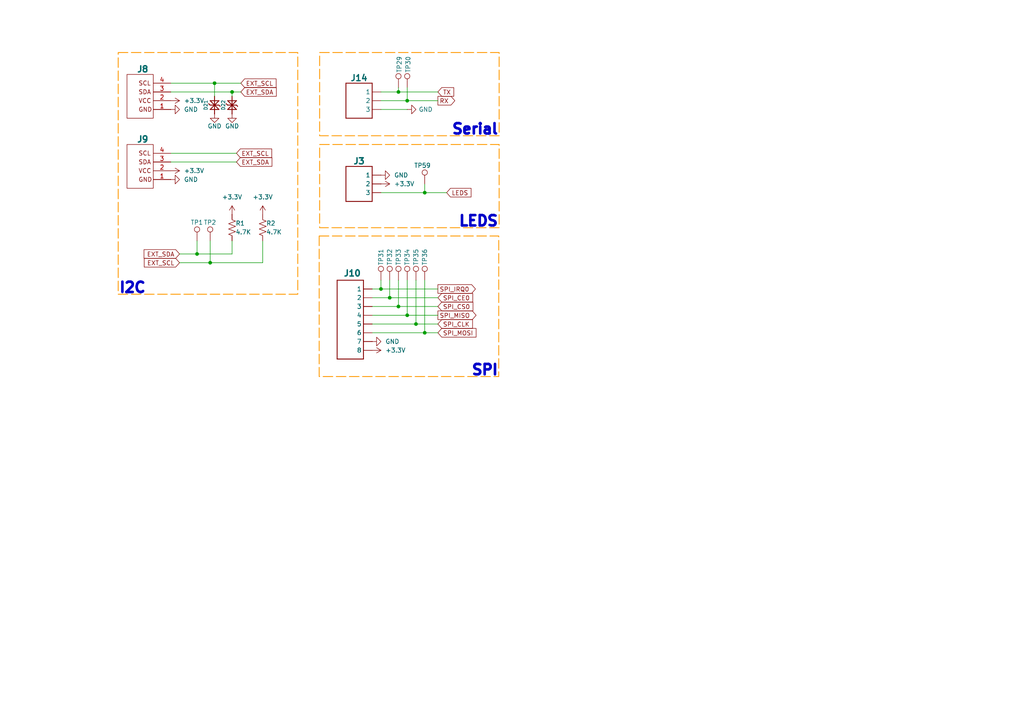
<source format=kicad_sch>
(kicad_sch (version 20250114) (generator "eeschema") (generator_version "9.0")
  (paper "A4")
  (title_block (title "Aquarius Hub") (date "<<release-date>>") (rev "<<tag>>") (comment 1 "<<hash>>"))
  (lib_symbols
    (symbol "CRGM Connector:JST-SH-3"
      (property "Reference" "J" (at 0 2.794 0))
      (symbol "JST-SH-3_1_0"
        (polyline (pts (xy 0 2.54) (xy 7.62 2.54)) (stroke (width 0.254)))
        (polyline (pts (xy 0 -7.62) (xy 0 2.54)) (stroke (width 0.254)))
        (polyline (pts (xy 7.62 2.54) (xy 7.62 -7.62)) (stroke (width 0.254)))
        (polyline (pts (xy 7.62 -7.62) (xy 0 -7.62)) (stroke (width 0.254)))
        (pin passive line (at -2.54 0 0) (length 2.54) (name "1") (number "1"))
        (pin passive line (at -2.54 -2.54 0) (length 2.54) (name "2") (number "2"))
        (pin passive line (at -2.54 -5.08 0) (length 2.54) (name "3") (number "3"))
      )
    )
    (symbol "CRGM Connector:JST-SH-8"
      (property "Reference" "J" (at 0 0.254 0))
      (symbol "JST-SH-8_1_0"
        (polyline (pts (xy 0 0) (xy 7.62 0)) (stroke (width 0.254)))
        (polyline (pts (xy 0 -22.86) (xy 0 0)) (stroke (width 0.254)))
        (polyline (pts (xy 7.62 0) (xy 7.62 -22.86)) (stroke (width 0.254)))
        (polyline (pts (xy 7.62 -22.86) (xy 0 -22.86)) (stroke (width 0.254)))
        (pin passive line (at -2.54 -2.54 0) (length 2.54) (name "1") (number "1"))
        (pin passive line (at -2.54 -5.08 0) (length 2.54) (name "2") (number "2"))
        (pin passive line (at -2.54 -7.62 0) (length 2.54) (name "3") (number "3"))
        (pin passive line (at -2.54 -10.16 0) (length 2.54) (name "4") (number "4"))
        (pin passive line (at -2.54 -12.7 0) (length 2.54) (name "5") (number "5"))
        (pin passive line (at -2.54 -15.24 0) (length 2.54) (name "6") (number "6"))
        (pin passive line (at -2.54 -17.78 0) (length 2.54) (name "7") (number "7"))
        (pin passive line (at -2.54 -20.32 0) (length 2.54) (name "8") (number "8"))
      )
    )
    (symbol "CRGM Connector:QWIIC"
      (property "Reference" "J" (at 0 0.254 0))
      (symbol "QWIIC_0_1"
        (rectangle (start 0 0) (end 7.62 -12.7))
      )
      (symbol "QWIIC_1_0"
        (text "SCL" (at 3.302 -2.54 0) (effects (font (size 1.25 1.25)) (justify left)))
        (text "SDA" (at 3.302 -5.08 0) (effects (font (size 1.25 1.25)) (justify left)))
        (text "VCC" (at 3.302 -7.62 0) (effects (font (size 1.25 1.25)) (justify left)))
        (text "GND" (at 3.302 -10.16 0) (effects (font (size 1.25 1.25)) (justify left)))
        (pin passive line (at 12.7 -2.54 180) (length 5.08) (name "4") (number "4"))
        (pin passive line (at 12.7 -5.08 180) (length 5.08) (name "3") (number "3"))
        (pin power_in line (at 12.7 -7.62 180) (length 5.08) (name "2") (number "2"))
        (pin power_in line (at 12.7 -10.16 180) (length 5.08) (name "1") (number "1"))
      )
    )
    (symbol "CRGM Passive:PESD3V3S1BL"
      (property "Reference" "D" (at -1.524 1.524 0))
      (symbol "PESD3V3S1BL_1_0"
        (polyline (pts (xy -2.54 0) (xy 2.54 0)) (stroke (width 0.254)))
        (polyline (pts (xy -1.27 1.27) (xy -0.0101 0.0101)) (stroke (width 0.254)))
        (polyline (pts (xy -1.27 -1.27) (xy -1.27 1.27)) (stroke (width 0.254)))
        (polyline (pts (xy -0.3445 -1.6043) (xy -0.3573 -1.6043)) (stroke (width 0.254)))
        (polyline (pts (xy -0.0101 1.2955) (xy -0.0101 -1.27)) (stroke (width 0.254)))
        (polyline (pts (xy -0.0101 1.2955) (xy 0.3778 1.6835)) (stroke (width 0.254)))
        (polyline (pts (xy -0.0101 0.0101) (xy -0.0101 -0.0101)) (stroke (width 0.254)))
        (polyline (pts (xy -0.0101 -0.0101) (xy -1.27 -1.27)) (stroke (width 0.254)))
        (polyline (pts (xy -0.0101 -1.27) (xy -0.3445 -1.6043)) (stroke (width 0.254)))
        (polyline (pts (xy 0.0101 0.0101) (xy 0.0101 -0.0101)) (stroke (width 0.254)))
        (polyline (pts (xy 0.0101 -0.0101) (xy 1.27 -1.27)) (stroke (width 0.254)))
        (polyline (pts (xy 0.3778 1.6835) (xy 0.3981 1.6835)) (stroke (width 0.254)))
        (polyline (pts (xy 1.27 1.27) (xy 0.0101 0.0101)) (stroke (width 0.254)))
        (polyline (pts (xy 1.27 -1.27) (xy 1.27 1.27)) (stroke (width 0.254)))
        (pin passive line (at -2.54 0 0) (length 0) (name "K1") (number "1"))
        (pin passive line (at 2.54 0 180) (length 0) (name "K2") (number "2"))
      )
    )
    (symbol "Connector:TestPoint" (pin_numbers (hide yes)) (pin_names (offset 0.762) (hide yes))
      (property "Reference" "TP" (at 0 6.858 0))
      (property "Value" "TestPoint" (at 0 5.08 0))
      (symbol "TestPoint_0_1"
        (circle (center 0 3.302) (radius 0.762))
      )
      (symbol "TestPoint_1_1"
        (pin passive line (at 0 0 90) (length 2.54) (name "1") (number "1"))
      )
    )
    (symbol "Device:R_US" (pin_numbers (hide yes)) (pin_names (offset 0))
      (property "Reference" "R" (at 2.54 0 90))
      (property "Value" "R_US" (at -2.54 0 90))
      (symbol "R_US_0_1"
        (polyline (pts (xy 0 2.286) (xy 0 2.54)))
        (polyline (pts (xy 0 2.286) (xy 1.016 1.905) (xy 0 1.524) (xy -1.016 1.143) (xy 0 0.762)))
        (polyline (pts (xy 0 0.762) (xy 1.016 0.381) (xy 0 0) (xy -1.016 -0.381) (xy 0 -0.762)))
        (polyline (pts (xy 0 -0.762) (xy 1.016 -1.143) (xy 0 -1.524) (xy -1.016 -1.905) (xy 0 -2.286)))
        (polyline (pts (xy 0 -2.286) (xy 0 -2.54)))
      )
      (symbol "R_US_1_1"
        (pin passive line (at 0 3.81 270) (length 1.27) (name "~") (number "1"))
        (pin passive line (at 0 -3.81 90) (length 1.27) (name "~") (number "2"))
      )
    )
    (symbol "power:+3.3V" (power) (pin_numbers (hide yes)) (pin_names (offset 0) (hide yes))
      (property "Value" "+3.3V" (at 0 3.556 0))
      (symbol "+3.3V_0_1"
        (polyline (pts (xy -0.762 1.27) (xy 0 2.54)))
        (polyline (pts (xy 0 2.54) (xy 0.762 1.27)))
        (polyline (pts (xy 0 0) (xy 0 2.54)))
      )
      (symbol "+3.3V_1_1"
        (pin power_in line (at 0 0 90) (length 0) (name "~") (number "1"))
      )
    )
    (symbol "power:GND" (power) (pin_numbers (hide yes)) (pin_names (offset 0) (hide yes))
      (property "Value" "GND" (at 0 -3.81 0))
      (symbol "GND_0_1"
        (polyline (pts (xy 0 0) (xy 0 -1.27) (xy 1.27 -1.27) (xy 0 -2.54) (xy -1.27 -1.27) (xy 0 -1.27)))
      )
      (symbol "GND_1_1"
        (pin power_in line (at 0 0 270) (length 0) (name "~") (number "1"))
      )
    )
  )
  (rectangle (start 92.71 15.24) (end 144.78 39.37) (stroke (width 0.254) (type dash) (color 255 153 0 1)))
  (rectangle (start 34.29 15.24) (end 86.36 85.344) (stroke (width 0.254) (type dash) (color 255 153 0 1)))
  (rectangle (start 92.583 68.453) (end 144.653 109.22) (stroke (width 0.254) (type dash) (color 255 153 0 1)))
  (rectangle (start 92.71 41.91) (end 144.78 66.04) (stroke (width 0.254) (type dash) (color 255 153 0 1)))
  (text "LEDS" (exclude_from_sim yes) (at 144.78 66.04 0) (effects (font (size 3 3) (thickness 1.016) (bold yes)) (justify right bottom)))
  (text "I2C" (exclude_from_sim yes) (at 34.29 85.344 0) (effects (font (size 3 3) (thickness 1.016) (bold yes)) (justify left bottom)))
  (text "Serial" (exclude_from_sim yes) (at 144.78 39.37 0) (effects (font (size 3 3) (thickness 1.016) (bold yes)) (justify right bottom)))
  (text "SPI" (exclude_from_sim yes) (at 144.78 109.22 0) (effects (font (size 3 3) (thickness 1.016) (bold yes)) (justify right bottom)))
  (junction (at 57.15 73.66))
  (junction (at 120.65 93.98))
  (junction (at 67.31 26.67))
  (junction (at 110.49 83.82))
  (junction (at 118.11 91.44))
  (junction (at 123.19 96.52))
  (junction (at 113.03 86.36))
  (junction (at 115.57 26.67))
  (junction (at 115.57 88.9))
  (junction (at 118.11 29.21))
  (junction (at 123.19 55.88))
  (junction (at 60.96 76.2))
  (junction (at 62.23 24.13))
  (wire (pts (xy 123.19 53.34) (xy 123.19 55.88)))
  (wire (pts (xy 110.49 81.28) (xy 110.49 83.82)))
  (wire (pts (xy 110.49 55.88) (xy 123.19 55.88)))
  (wire (pts (xy 118.11 29.21) (xy 127 29.21)))
  (wire (pts (xy 62.23 24.13) (xy 69.85 24.13)))
  (wire (pts (xy 118.11 91.44) (xy 127 91.44)))
  (wire (pts (xy 118.11 81.28) (xy 118.11 91.44)))
  (wire (pts (xy 123.19 96.52) (xy 127 96.52)))
  (wire (pts (xy 57.15 73.66) (xy 57.15 69.85)))
  (wire (pts (xy 52.07 76.2) (xy 60.96 76.2)))
  (wire (pts (xy 107.95 91.44) (xy 118.11 91.44)))
  (wire (pts (xy 123.19 55.88) (xy 129.54 55.88)))
  (wire (pts (xy 76.2 69.85) (xy 76.2 76.2)))
  (wire (pts (xy 60.96 76.2) (xy 60.96 69.85)))
  (wire (pts (xy 115.57 88.9) (xy 127 88.9)))
  (wire (pts (xy 60.96 76.2) (xy 76.2 76.2)))
  (wire (pts (xy 67.31 26.67) (xy 67.31 27.94)))
  (wire (pts (xy 49.53 26.67) (xy 67.31 26.67)))
  (wire (pts (xy 120.65 93.98) (xy 127 93.98)))
  (wire (pts (xy 110.49 31.75) (xy 118.11 31.75)))
  (wire (pts (xy 107.95 96.52) (xy 123.19 96.52)))
  (wire (pts (xy 110.49 83.82) (xy 127 83.82)))
  (wire (pts (xy 120.65 81.28) (xy 120.65 93.98)))
  (wire (pts (xy 67.31 69.85) (xy 67.31 73.66)))
  (wire (pts (xy 115.57 26.67) (xy 127 26.67)))
  (wire (pts (xy 107.95 83.82) (xy 110.49 83.82)))
  (wire (pts (xy 115.57 81.28) (xy 115.57 88.9)))
  (wire (pts (xy 57.15 73.66) (xy 67.31 73.66)))
  (wire (pts (xy 49.53 24.13) (xy 62.23 24.13)))
  (wire (pts (xy 67.31 26.67) (xy 69.85 26.67)))
  (wire (pts (xy 110.49 29.21) (xy 118.11 29.21)))
  (wire (pts (xy 52.07 73.66) (xy 57.15 73.66)))
  (wire (pts (xy 107.95 93.98) (xy 120.65 93.98)))
  (wire (pts (xy 113.03 86.36) (xy 127 86.36)))
  (wire (pts (xy 49.53 46.99) (xy 68.58 46.99)))
  (wire (pts (xy 118.11 25.4) (xy 118.11 29.21)))
  (wire (pts (xy 62.23 24.13) (xy 62.23 27.94)))
  (wire (pts (xy 113.03 81.28) (xy 113.03 86.36)))
  (wire (pts (xy 115.57 25.4) (xy 115.57 26.67)))
  (wire (pts (xy 107.95 86.36) (xy 113.03 86.36)))
  (wire (pts (xy 107.95 88.9) (xy 115.57 88.9)))
  (wire (pts (xy 123.19 81.28) (xy 123.19 96.52)))
  (wire (pts (xy 49.53 44.45) (xy 68.58 44.45)))
  (wire (pts (xy 110.49 26.67) (xy 115.57 26.67)))
  (global_label "EXT_SDA" (shape input) (at 52.07 73.66 180) (property "Intersheetrefs" "${INTERSHEET_REFS}" (at 41.223 73.66 0) (effects (justify right))))
  (global_label "EXT_SDA" (shape input) (at 69.85 26.67 0) (property "Intersheetrefs" "${INTERSHEET_REFS}" (at 80.697 26.67 0) (effects (justify left))))
  (global_label "SPI_IRQ0" (shape output) (at 127 83.82 0) (property "Intersheetrefs" "${INTERSHEET_REFS}" (at 138.4519 83.82 0) (effects (justify left))))
  (global_label "RX" (shape output) (at 127 29.21 0) (property "Intersheetrefs" "${INTERSHEET_REFS}" (at 132.4647 29.21 0) (effects (justify left))))
  (global_label "EXT_SCL" (shape input) (at 69.85 24.13 0) (property "Intersheetrefs" "${INTERSHEET_REFS}" (at 80.6365 24.13 0) (effects (justify left))))
  (global_label "EXT_SCL" (shape input) (at 52.07 76.2 180) (property "Intersheetrefs" "${INTERSHEET_REFS}" (at 41.2835 76.2 0) (effects (justify right))))
  (global_label "SPI_CE0" (shape input) (at 127 86.36 0) (property "Intersheetrefs" "${INTERSHEET_REFS}" (at 137.6656 86.36 0) (effects (justify left))))
  (global_label "LEDS" (shape input) (at 129.54 55.88 0) (property "Intersheetrefs" "${INTERSHEET_REFS}" (at 137.1818 55.88 0) (effects (justify left))))
  (global_label "SPI_MISO" (shape output) (at 127 91.44 0) (property "Intersheetrefs" "${INTERSHEET_REFS}" (at 138.6333 91.44 0) (effects (justify left))))
  (global_label "SPI_MOSI" (shape input) (at 127 96.52 0) (property "Intersheetrefs" "${INTERSHEET_REFS}" (at 138.6333 96.52 0) (effects (justify left))))
  (global_label "EXT_SCL" (shape input) (at 68.58 44.45 0) (property "Intersheetrefs" "${INTERSHEET_REFS}" (at 79.3665 44.45 0) (effects (justify left))))
  (global_label "EXT_SDA" (shape input) (at 68.58 46.99 0) (property "Intersheetrefs" "${INTERSHEET_REFS}" (at 79.427 46.99 0) (effects (justify left))))
  (global_label "SPI_CLK" (shape input) (at 127 93.98 0) (property "Intersheetrefs" "${INTERSHEET_REFS}" (at 137.6052 93.98 0) (effects (justify left))))
  (global_label "SPI_CS0" (shape input) (at 127 88.9 0) (property "Intersheetrefs" "${INTERSHEET_REFS}" (at 137.7261 88.9 0) (effects (justify left))))
  (global_label "TX" (shape input) (at 127 26.67 0) (property "Intersheetrefs" "${INTERSHEET_REFS}" (at 131.572 26.67 0) (effects (justify left))))
  (symbol (lib_id "Connector:TestPoint") (at 110.49 81.28 0) (unit 1) (in_bom no)
    (property "Reference" "TP31" (at 110.49 72.136 90) (effects (justify right)))
    (property "Footprint" "CRGM Mechanical:TestPoint_Pad_D1.0mm" (effects (hide yes)))
    (property "Description" "test point" (effects (hide yes)))
  )
  (symbol (lib_id "power:GND") (at 118.11 31.75 90) (unit 1)
    (property "Reference" "#PWR028" (effects (hide yes)))
    (property "Value" "GND" (at 121.412 31.75 90) (effects (justify right)))
    (property "Description" "Power symbol creates a global label with name \"GND\" , ground" (effects (hide yes)))
  )
  (symbol (lib_id "Device:R_US") (at 67.31 66.04 0) (unit 1)
    (property "Reference" "R1" (at 68.326 64.77 0) (effects (justify left)))
    (property "Value" "4.7K" (at 68.326 67.31 0) (effects (justify left)))
    (property "Footprint" "CRGM Passive:R_0603_1608Metric" (effects (hide yes)))
    (property "Description" "Thick Film Resistors - SMD 1/10Watt 4.7Kohms 5%" (effects (hide yes)))
    (property "MN" "FOJAN" (effects (hide yes)))
    (property "MPN" "FRC0603J472 TS" (effects (hide yes)))
    (property "Mouser" "652-CR0603-JW-472ELF" (effects (hide yes)))
    (property "Digikey" "CR0603-JW-472ELFTR-ND" (effects (hide yes)))
    (property "LCSC" "C2907166" (effects (hide yes)))
    (property "Tolerance" "5%" (effects (hide yes)))
  )
  (symbol (lib_id "power:GND") (at 62.23 33.02 0) (unit 1)
    (property "Reference" "#PWR071" (effects (hide yes)))
    (property "Value" "GND" (at 62.23 36.576 0))
    (property "Description" "Power symbol creates a global label with name \"GND\" , ground" (effects (hide yes)))
  )
  (symbol (lib_id "Connector:TestPoint") (at 120.65 81.28 0) (unit 1) (in_bom no)
    (property "Reference" "TP35" (at 120.65 72.136 90) (effects (justify right)))
    (property "Footprint" "CRGM Mechanical:TestPoint_Pad_D1.0mm" (effects (hide yes)))
    (property "Description" "test point" (effects (hide yes)))
  )
  (symbol (lib_id "power:GND") (at 107.95 99.06 90) (unit 1)
    (property "Reference" "#PWR065" (effects (hide yes)))
    (property "Value" "GND" (at 111.76 99.0599 90) (effects (justify right)))
    (property "Description" "Power symbol creates a global label with name \"GND\" , ground" (effects (hide yes)))
  )
  (symbol (lib_id "power:GND") (at 49.53 31.75 90) (unit 1)
    (property "Reference" "#PWR076" (effects (hide yes)))
    (property "Value" "GND" (at 53.34 31.7499 90) (effects (justify right)))
    (property "Description" "Power symbol creates a global label with name \"GND\" , ground" (effects (hide yes)))
  )
  (symbol (lib_id "power:+3.3V") (at 67.31 62.23 0) (unit 1)
    (property "Reference" "#PWR01" (effects (hide yes)))
    (property "Value" "+3.3V" (at 67.31 57.15 0))
    (property "Description" "Power symbol creates a global label with name \"+3.3V\"" (effects (hide yes)))
  )
  (symbol (lib_id "Connector:TestPoint") (at 123.19 81.28 0) (unit 1) (in_bom no)
    (property "Reference" "TP36" (at 123.19 72.136 90) (effects (justify right)))
    (property "Footprint" "CRGM Mechanical:TestPoint_Pad_D1.0mm" (effects (hide yes)))
    (property "Description" "test point" (effects (hide yes)))
  )
  (symbol (lib_id "CRGM Passive:PESD3V3S1BL") (at 62.23 30.48 90) (unit 1)
    (property "Reference" "D21" (at 59.69 28.956 0) (effects (font (size 1 1) (thickness 0.125)) (justify right)))
    (property "Value" "PESD3V3S1BL" (effects (hide yes)))
    (property "Footprint" "CRGM Passive:DFN1006-2" (effects (hide yes)))
    (property "Datasheet" "https://jlcpcb.com/api/file/downloadByFileSystemAccessId/8590907150506553344" (effects (hide yes)))
    (property "Description" "TVS DIODE Vrwm=3.3v Vcl=6.5v Ippm=10A DFN10062" (effects (hide yes)))
    (property "LCSC" "C5563754" (effects (hide yes)))
    (property "MN" "FUXINSEMI" (effects (hide yes)))
    (property "MPN" "LESD8D3.3CAT5G" (effects (hide yes)))
    (property "Mouser" "621-DESD3V3S1BL-7B" (effects (hide yes)))
    (property "Digikey" "1727-PESD3V3S1BLYLTR-ND" (effects (hide yes)))
  )
  (symbol (lib_id "Device:R_US") (at 76.2 66.04 0) (unit 1)
    (property "Reference" "R2" (at 77.216 64.77 0) (effects (justify left)))
    (property "Value" "4.7K" (at 77.216 67.31 0) (effects (justify left)))
    (property "Footprint" "CRGM Passive:R_0603_1608Metric" (effects (hide yes)))
    (property "Description" "Thick Film Resistors - SMD 1/10Watt 4.7Kohms 5%" (effects (hide yes)))
    (property "MN" "FOJAN" (effects (hide yes)))
    (property "MPN" "FRC0603J472 TS" (effects (hide yes)))
    (property "Mouser" "652-CR0603-JW-472ELF" (effects (hide yes)))
    (property "Digikey" "CR0603-JW-472ELFTR-ND" (effects (hide yes)))
    (property "LCSC" "C2907166" (effects (hide yes)))
    (property "Tolerance" "5%" (effects (hide yes)))
  )
  (symbol (lib_id "power:+3.3V") (at 49.53 49.53 270) (unit 1)
    (property "Reference" "#PWR077" (effects (hide yes)))
    (property "Value" "+3.3V" (at 53.34 49.5299 90) (effects (justify left)))
    (property "Description" "Power symbol creates a global label with name \"+3.3V\"" (effects (hide yes)))
  )
  (symbol (lib_id "power:+3.3V") (at 110.49 53.34 270) (unit 1)
    (property "Reference" "#PWR025" (effects (hide yes)))
    (property "Value" "+3.3V" (at 114.3 53.3399 90) (effects (justify left)))
    (property "Description" "Power symbol creates a global label with name \"+3.3V\"" (effects (hide yes)))
  )
  (symbol (lib_id "Connector:TestPoint") (at 57.15 69.85 0) (unit 1) (in_bom no)
    (property "Reference" "TP1" (at 58.928 64.516 0) (effects (justify right)))
    (property "Footprint" "CRGM Mechanical:TestPoint_Pad_D1.0mm" (effects (hide yes)))
    (property "Description" "test point" (effects (hide yes)))
  )
  (symbol (lib_id "CRGM Connector:QWIIC") (at 36.83 41.91 0) (unit 1)
    (property "Reference" "J9" (at 41.402 40.386 0) (effects (font (size 1.778 1.778) (thickness 0.3556) (bold yes))))
    (property "Value" "BM04B-SRSS-TB" (effects (hide yes)))
    (property "Footprint" "CRGM Connector:JST_SH_BM04B-SRSS-TB_1x04-1MP_P1.00mm_Vertical" (effects (hide yes)))
    (property "Description" "4 Position, 1mm pitch" (effects (hide yes)))
    (property "MPN" "BM04B-SRSS-TBT(LF)(SN)" (effects (hide yes)))
    (property "MN" "JST" (effects (hide yes)))
    (property "LCSC" "C2904986" (effects (hide yes)))
    (property "Mouser" "306-BM04BSRSSTBTLFSN" (effects (hide yes)))
    (property "Digikey" "455-BM04B-SRSS-TBTR-ND" (effects (hide yes)))
  )
  (symbol (lib_id "power:+3.3V") (at 76.2 62.23 0) (unit 1)
    (property "Reference" "#PWR02" (effects (hide yes)))
    (property "Value" "+3.3V" (at 76.2 57.15 0))
    (property "Description" "Power symbol creates a global label with name \"+3.3V\"" (effects (hide yes)))
  )
  (symbol (lib_id "power:GND") (at 110.49 50.8 90) (unit 1)
    (property "Reference" "#PWR024" (effects (hide yes)))
    (property "Value" "GND" (at 114.3 50.7999 90) (effects (justify right)))
    (property "Description" "Power symbol creates a global label with name \"GND\" , ground" (effects (hide yes)))
  )
  (symbol (lib_id "CRGM Connector:JST-SH-3") (at 107.95 26.67 0) (mirror y) (unit 1)
    (property "Reference" "J14" (at 104.14 22.606 0) (effects (font (size 1.778 1.778) (thickness 0.3556) (bold yes))))
    (property "Value" "BM03B-SRSS-TB" (effects (hide yes)))
    (property "Footprint" "CRGM Connector:JST_SH_BM03B-SRSS-TB_1x03-1MP_P1.00mm_Vertical" (effects (hide yes)))
    (property "Datasheet" "https://www.jst-mfg.com/product/pdf/eng/eSH.pdf" (effects (hide yes)))
    (property "Description" "JST SH 1.0mm 3 Position" (effects (hide yes)))
    (property "LCSC" "C2904985" (effects (hide yes)))
    (property "MPN" "BM04B-SRSS-TB" (effects (hide yes)))
    (property "MN" "JST" (effects (hide yes)))
    (property "Digikey" "455-BM04B-SRSS-TBTR-ND" (effects (hide yes)))
    (property "Mouser" "306-BM04BSRSSTBTLFSN" (effects (hide yes)))
  )
  (symbol (lib_id "Connector:TestPoint") (at 115.57 81.28 0) (unit 1) (in_bom no)
    (property "Reference" "TP33" (at 115.57 72.136 90) (effects (justify right)))
    (property "Footprint" "CRGM Mechanical:TestPoint_Pad_D1.0mm" (effects (hide yes)))
    (property "Description" "test point" (effects (hide yes)))
  )
  (symbol (lib_id "power:GND") (at 67.31 33.02 0) (unit 1)
    (property "Reference" "#PWR080" (effects (hide yes)))
    (property "Value" "GND" (at 67.31 36.576 0))
    (property "Description" "Power symbol creates a global label with name \"GND\" , ground" (effects (hide yes)))
  )
  (symbol (lib_id "Connector:TestPoint") (at 60.96 69.85 0) (unit 1) (in_bom no)
    (property "Reference" "TP2" (at 62.738 64.516 0) (effects (justify right)))
    (property "Footprint" "CRGM Mechanical:TestPoint_Pad_D1.0mm" (effects (hide yes)))
    (property "Description" "test point" (effects (hide yes)))
  )
  (symbol (lib_id "CRGM Passive:PESD3V3S1BL") (at 67.31 30.48 90) (unit 1)
    (property "Reference" "D22" (at 64.77 28.956 0) (effects (font (size 1 1) (thickness 0.125)) (justify right)))
    (property "Value" "PESD3V3S1BL" (effects (hide yes)))
    (property "Footprint" "CRGM Passive:DFN1006-2" (effects (hide yes)))
    (property "Datasheet" "https://jlcpcb.com/api/file/downloadByFileSystemAccessId/8590907150506553344" (effects (hide yes)))
    (property "Description" "TVS DIODE Vrwm=3.3v Vcl=6.5v Ippm=10A DFN10062" (effects (hide yes)))
    (property "LCSC" "C5563754" (effects (hide yes)))
    (property "MN" "FUXINSEMI" (effects (hide yes)))
    (property "MPN" "LESD8D3.3CAT5G" (effects (hide yes)))
    (property "Mouser" "621-DESD3V3S1BL-7B" (effects (hide yes)))
    (property "Digikey" "1727-PESD3V3S1BLYLTR-ND" (effects (hide yes)))
  )
  (symbol (lib_id "CRGM Connector:JST-SH-8") (at 105.41 81.28 0) (mirror y) (unit 1)
    (property "Reference" "J10" (at 104.902 79.248 0) (effects (font (size 1.778 1.778) (thickness 0.3556) (bold yes)) (justify left)))
    (property "Value" "BM08B-SRSS-TB" (effects (hide yes)))
    (property "Footprint" "CRGM Connector:JST_SH_BM08B-SRSS-TB_1x08-1MP_P1.00mm_Vertical" (effects (hide yes)))
    (property "Datasheet" "https://www.jst-mfg.com/product/pdf/eng/eSH.pdf" (effects (hide yes)))
    (property "Description" "8 position, 1mm connector" (effects (hide yes)))
    (property "MN" "JST" (effects (hide yes)))
    (property "MPN" "BM08B-SRSS-TB(LF)(SN)" (effects (hide yes)))
    (property "LCSC" "C2845376" (effects (hide yes)))
    (property "Mouser" "306-BM08BSRSSTBLFSN" (effects (hide yes)))
    (property "Digikey" "455-BM08B-SRSS-TBTR-ND" (effects (hide yes)))
  )
  (symbol (lib_id "power:GND") (at 49.53 52.07 90) (unit 1)
    (property "Reference" "#PWR078" (effects (hide yes)))
    (property "Value" "GND" (at 53.34 52.0699 90) (effects (justify right)))
    (property "Description" "Power symbol creates a global label with name \"GND\" , ground" (effects (hide yes)))
  )
  (symbol (lib_id "Connector:TestPoint") (at 123.19 53.34 0) (unit 1) (in_bom no)
    (property "Reference" "TP59" (at 124.968 48.006 0) (effects (justify right)))
    (property "Footprint" "CRGM Mechanical:TestPoint_Pad_D1.0mm" (effects (hide yes)))
    (property "Description" "test point" (effects (hide yes)))
  )
  (symbol (lib_id "power:+3.3V") (at 49.53 29.21 270) (unit 1)
    (property "Reference" "#PWR075" (effects (hide yes)))
    (property "Value" "+3.3V" (at 53.34 29.2099 90) (effects (justify left)))
    (property "Description" "Power symbol creates a global label with name \"+3.3V\"" (effects (hide yes)))
  )
  (symbol (lib_id "CRGM Connector:QWIIC") (at 36.83 21.59 0) (unit 1)
    (property "Reference" "J8" (at 41.402 20.066 0) (effects (font (size 1.778 1.778) (thickness 0.3556) (bold yes))))
    (property "Value" "BM04B-SRSS-TB" (effects (hide yes)))
    (property "Footprint" "CRGM Connector:JST_SH_BM04B-SRSS-TB_1x04-1MP_P1.00mm_Vertical" (effects (hide yes)))
    (property "Description" "4 Position, 1mm pitch" (effects (hide yes)))
    (property "MPN" "BM04B-SRSS-TBT(LF)(SN)" (effects (hide yes)))
    (property "MN" "JST" (effects (hide yes)))
    (property "LCSC" "C2904986" (effects (hide yes)))
    (property "Mouser" "306-BM04BSRSSTBTLFSN" (effects (hide yes)))
    (property "Digikey" "455-BM04B-SRSS-TBTR-ND" (effects (hide yes)))
  )
  (symbol (lib_id "CRGM Connector:JST-SH-3") (at 107.95 50.8 0) (mirror y) (unit 1)
    (property "Reference" "J3" (at 104.14 46.736 0) (effects (font (size 1.778 1.778) (thickness 0.3556) (bold yes))))
    (property "Value" "BM03B-SRSS-TB" (effects (hide yes)))
    (property "Footprint" "CRGM Connector:JST_SH_BM03B-SRSS-TB_1x03-1MP_P1.00mm_Vertical" (effects (hide yes)))
    (property "Datasheet" "https://www.jst-mfg.com/product/pdf/eng/eSH.pdf" (effects (hide yes)))
    (property "Description" "JST SH 1.0mm 3 Position" (effects (hide yes)))
    (property "LCSC" "C2904985" (effects (hide yes)))
    (property "MN" "JST" (effects (hide yes)))
    (property "MPN" "BM04B-SRSS-TB" (effects (hide yes)))
    (property "Digikey" "455-BM04B-SRSS-TBTR-ND" (effects (hide yes)))
    (property "Mouser" "306-BM04BSRSSTBTLFSN" (effects (hide yes)))
  )
  (symbol (lib_id "power:+3.3V") (at 107.95 101.6 270) (unit 1)
    (property "Reference" "#PWR066" (effects (hide yes)))
    (property "Value" "+3.3V" (at 111.76 101.5999 90) (effects (justify left)))
    (property "Description" "Power symbol creates a global label with name \"+3.3V\"" (effects (hide yes)))
  )
  (symbol (lib_id "Connector:TestPoint") (at 113.03 81.28 0) (unit 1) (in_bom no)
    (property "Reference" "TP32" (at 113.03 72.136 90) (effects (justify right)))
    (property "Footprint" "CRGM Mechanical:TestPoint_Pad_D1.0mm" (effects (hide yes)))
    (property "Description" "test point" (effects (hide yes)))
  )
  (symbol (lib_id "Connector:TestPoint") (at 115.57 25.4 0) (unit 1) (in_bom no)
    (property "Reference" "TP29" (at 115.824 16.256 90) (effects (justify right)))
    (property "Footprint" "CRGM Mechanical:TestPoint_Pad_D1.0mm" (effects (hide yes)))
    (property "Description" "test point" (effects (hide yes)))
  )
  (symbol (lib_id "Connector:TestPoint") (at 118.11 25.4 0) (unit 1) (in_bom no)
    (property "Reference" "TP30" (at 118.364 16.256 90) (effects (justify right)))
    (property "Footprint" "CRGM Mechanical:TestPoint_Pad_D1.0mm" (effects (hide yes)))
    (property "Description" "test point" (effects (hide yes)))
  )
  (symbol (lib_id "Connector:TestPoint") (at 118.11 81.28 0) (unit 1) (in_bom no)
    (property "Reference" "TP34" (at 118.11 72.136 90) (effects (justify right)))
    (property "Footprint" "CRGM Mechanical:TestPoint_Pad_D1.0mm" (effects (hide yes)))
    (property "Description" "test point" (effects (hide yes)))
  )
)
</source>
